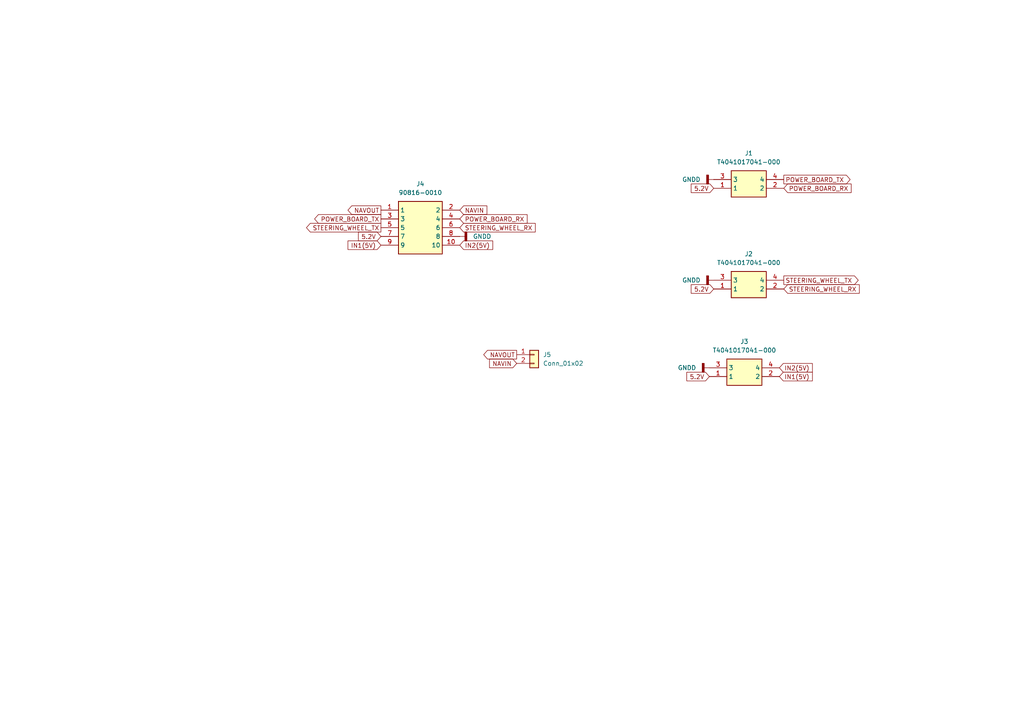
<source format=kicad_sch>
(kicad_sch (version 20230121) (generator eeschema)
  (paper "A4")
  (lib_symbols
    (symbol "Connector_Generic:Conn_01x02" (pin_names (offset 1.016) hide)
      (property "Reference" "J" (at 0 2.54 0))
      (property "Value" "Conn_01x02" (at 0 -5.08 0))
      (symbol "Conn_01x02_1_1"
        (rectangle (start -1.27 -2.413) (end 0 -2.667) (stroke (width 0.1524)))
        (rectangle (start -1.27 0.127) (end 0 -0.127) (stroke (width 0.1524)))
        (rectangle (start -1.27 1.27) (end 1.27 -3.81) (stroke (width 0.254)) (fill (type background)))
        (pin passive line (at -5.08 0 0) (length 3.81) (name "Pin_1") (number "1"))
        (pin passive line (at -5.08 -2.54 0) (length 3.81) (name "Pin_2") (number "2"))
      )
    )
    (symbol "bulkhead_library:90816-0010"
      (property "Reference" "J" (at 19.05 7.62 0))
      (property "Value" "90816-0010" (at 19.05 5.08 0))
      (symbol "90816-0010_1_1"
        (rectangle (start 5.08 2.54) (end 17.78 -12.7) (stroke (width 0.254)) (fill (type background)))
        (pin passive line (at 0 0 0) (length 5.08) (name "1") (number "1"))
        (pin passive line (at 22.86 -10.16 180) (length 5.08) (name "10") (number "10"))
        (pin passive line (at 22.86 0 180) (length 5.08) (name "2") (number "2"))
        (pin passive line (at 0 -2.54 0) (length 5.08) (name "3") (number "3"))
        (pin passive line (at 22.86 -2.54 180) (length 5.08) (name "4") (number "4"))
        (pin passive line (at 0 -5.08 0) (length 5.08) (name "5") (number "5"))
        (pin passive line (at 22.86 -5.08 180) (length 5.08) (name "6") (number "6"))
        (pin passive line (at 0 -7.62 0) (length 5.08) (name "7") (number "7"))
        (pin passive line (at 22.86 -7.62 180) (length 5.08) (name "8") (number "8"))
        (pin passive line (at 0 -10.16 0) (length 5.08) (name "9") (number "9"))
      )
    )
    (symbol "bulkhead_library:T4041017041-000"
      (property "Reference" "J" (at 16.51 7.62 0))
      (property "Value" "T4041017041-000" (at 16.51 5.08 0))
      (symbol "T4041017041-000_1_1"
        (rectangle (start 5.08 2.54) (end 15.24 -5.08) (stroke (width 0.254)) (fill (type background)))
        (pin passive line (at 0 -2.54 0) (length 5.08) (name "1") (number "1"))
        (pin passive line (at 20.32 -2.54 180) (length 5.08) (name "2") (number "2"))
        (pin passive line (at 0 0 0) (length 5.08) (name "3") (number "3"))
        (pin passive line (at 20.32 0 180) (length 5.08) (name "4") (number "4"))
      )
    )
    (symbol "power:GNDD" (power) (pin_names (offset 0))
      (property "Value" "GNDD" (at 0 -3.175 0))
      (symbol "GNDD_0_1"
        (rectangle (start -1.27 -1.524) (end 1.27 -2.032) (stroke (width 0.254)) (fill (type outline)))
        (polyline (pts (xy 0 0) (xy 0 -1.524)))
      )
      (symbol "GNDD_1_1"
        (pin power_in line (at 0 0 270) (length 0) hide (name "GNDD") (number "1"))
      )
    )
  )
  (global_label "NAVOUT" (shape output) (at 149.86 102.87 180) (property "Intersheetrefs" "${INTERSHEET_REFS}" (effects hide)))
  (global_label "POWER_BOARD_TX" (shape output) (at 110.49 63.5 180) (property "Intersheetrefs" "${INTERSHEET_REFS}" (effects hide)))
  (global_label "STEERING_WHEEL_RX" (shape input) (at 133.35 66.04 0) (property "Intersheetrefs" "${INTERSHEET_REFS}" (effects hide)))
  (global_label "STEERING_WHEEL_TX" (shape output) (at 227.33 81.28 0) (property "Intersheetrefs" "${INTERSHEET_REFS}" (effects hide)))
  (global_label "IN1(5V)" (shape input) (at 110.49 71.12 180) (property "Intersheetrefs" "${INTERSHEET_REFS}" (effects hide)))
  (global_label "5.2V" (shape input) (at 205.74 109.22 180) (property "Intersheetrefs" "${INTERSHEET_REFS}" (effects hide)))
  (global_label "IN2(5V)" (shape input) (at 133.35 71.12 0) (property "Intersheetrefs" "${INTERSHEET_REFS}" (effects hide)))
  (global_label "NAVOUT" (shape output) (at 110.49 60.96 180) (property "Intersheetrefs" "${INTERSHEET_REFS}" (effects hide)))
  (global_label "POWER_BOARD_TX" (shape output) (at 227.33 52.07 0) (property "Intersheetrefs" "${INTERSHEET_REFS}" (effects hide)))
  (global_label "IN1(5V)" (shape input) (at 226.06 109.22 0) (property "Intersheetrefs" "${INTERSHEET_REFS}" (effects hide)))
  (global_label "NAVIN" (shape input) (at 149.86 105.41 180) (property "Intersheetrefs" "${INTERSHEET_REFS}" (effects hide)))
  (global_label "POWER_BOARD_RX" (shape input) (at 227.33 54.61 0) (property "Intersheetrefs" "${INTERSHEET_REFS}" (effects hide)))
  (global_label "STEERING_WHEEL_RX" (shape input) (at 227.33 83.82 0) (property "Intersheetrefs" "${INTERSHEET_REFS}" (effects hide)))
  (global_label "5.2V" (shape input) (at 207.01 54.61 180) (property "Intersheetrefs" "${INTERSHEET_REFS}" (effects hide)))
  (global_label "POWER_BOARD_RX" (shape input) (at 133.35 63.5 0) (property "Intersheetrefs" "${INTERSHEET_REFS}" (effects hide)))
  (global_label "5.2V" (shape input) (at 207.01 83.82 180) (property "Intersheetrefs" "${INTERSHEET_REFS}" (effects hide)))
  (global_label "NAVIN" (shape input) (at 133.35 60.96 0) (property "Intersheetrefs" "${INTERSHEET_REFS}" (effects hide)))
  (global_label "STEERING_WHEEL_TX" (shape output) (at 110.49 66.04 180) (property "Intersheetrefs" "${INTERSHEET_REFS}" (effects hide)))
  (global_label "5.2V" (shape input) (at 110.49 68.58 180) (property "Intersheetrefs" "${INTERSHEET_REFS}" (effects hide)))
  (global_label "IN2(5V)" (shape input) (at 226.06 106.68 0) (property "Intersheetrefs" "${INTERSHEET_REFS}" (effects hide)))
  (symbol (lib_id "bulkhead_library:90816-0010") (at 110.49 60.96 0) (unit 1)
    (property "Reference" "J4" (at 121.92 53.34 0))
    (property "Value" "90816-0010" (at 121.92 55.88 0))
    (property "Footprint" "serial_bulkhead_library:908160010" (effects hide))
    (property "Datasheet" "https://www.molex.com/pdm_docs/sd/908160010_sd.pdf" (effects hide))
    (property "Height" "8.55" (effects hide))
    (property "Mouser Part Number" "538-90816-0010" (effects hide))
    (property "Mouser Price/Stock" "https://www.mouser.co.uk/ProductDetail/Molex/90816-0010?qs=A%2F2yIARYTzieBUYUepLqUg%3D%3D" (effects hide))
    (property "Manufacturer_Name" "Molex" (effects hide))
    (property "Manufacturer_Part_Number" "90816-0010" (effects hide))
  )
  (symbol (lib_id "bulkhead_library:T4041017041-000") (at 205.74 106.68 0) (unit 1)
    (property "Reference" "J3" (at 215.9 99.06 0))
    (property "Value" "T4041017041-000" (at 215.9 101.6 0))
    (property "Footprint" "serial_bulkhead_library:T4041017041000" (effects hide))
    (property "Datasheet" "https://www.te.com/commerce/DocumentDelivery/DDEController?Action=srchrtrv&DocNm=1-1773701-8_M8M12_CONNECTOR_SYSTEM&DocType=Catalog%20Section&DocLang=Japanese&PartCntxt=T4041017041-000&DocFormat=pdf" (effects hide))
    (property "Height" "15.25" (effects hide))
    (property "Mouser Part Number" "571-T4041017041-000" (effects hide))
    (property "Mouser Price/Stock" "https://www.mouser.co.uk/ProductDetail/TE-Connectivity/T4041017041-000?qs=1mbolxNpo8d9avfwXjTtfQ%3D%3D" (effects hide))
    (property "Manufacturer_Name" "TE Connectivity" (effects hide))
    (property "Manufacturer_Part_Number" "T4041017041-000" (effects hide))
  )
  (symbol (lib_id "power:GNDD") (at 133.35 68.58 90) (mirror x) (unit 1)
    (property "Reference" "#PWR01" (effects hide))
    (property "Value" "GNDD" (at 137.16 68.58 90) (effects (justify right)))
  )
  (symbol (lib_id "bulkhead_library:T4041017041-000") (at 207.01 52.07 0) (unit 1)
    (property "Reference" "J1" (at 217.17 44.45 0))
    (property "Value" "T4041017041-000" (at 217.17 46.99 0))
    (property "Footprint" "serial_bulkhead_library:T4041017041000" (effects hide))
    (property "Datasheet" "https://www.te.com/commerce/DocumentDelivery/DDEController?Action=srchrtrv&DocNm=1-1773701-8_M8M12_CONNECTOR_SYSTEM&DocType=Catalog%20Section&DocLang=Japanese&PartCntxt=T4041017041-000&DocFormat=pdf" (effects hide))
    (property "Height" "15.25" (effects hide))
    (property "Mouser Part Number" "571-T4041017041-000" (effects hide))
    (property "Mouser Price/Stock" "https://www.mouser.co.uk/ProductDetail/TE-Connectivity/T4041017041-000?qs=1mbolxNpo8d9avfwXjTtfQ%3D%3D" (effects hide))
    (property "Manufacturer_Name" "TE Connectivity" (effects hide))
    (property "Manufacturer_Part_Number" "T4041017041-000" (effects hide))
  )
  (symbol (lib_id "Connector_Generic:Conn_01x02") (at 154.94 102.87 0) (unit 1)
    (property "Reference" "J5" (at 157.48 102.87 0) (effects (justify left)))
    (property "Value" "Conn_01x02" (at 157.48 105.41 0) (effects (justify left)))
    (property "Footprint" "Connector_JST:JST_XH_B2B-XH-AM_1x02_P2.50mm_Vertical" (effects hide))
  )
  (symbol (lib_id "power:GNDD") (at 205.74 106.68 270) (mirror x) (unit 1)
    (property "Reference" "#PWR04" (effects hide))
    (property "Value" "GNDD" (at 201.93 106.68 90) (effects (justify right)))
  )
  (symbol (lib_id "power:GNDD") (at 207.01 52.07 270) (mirror x) (unit 1)
    (property "Reference" "#PWR02" (effects hide))
    (property "Value" "GNDD" (at 203.2 52.07 90) (effects (justify right)))
  )
  (symbol (lib_id "bulkhead_library:T4041017041-000") (at 207.01 81.28 0) (unit 1)
    (property "Reference" "J2" (at 217.17 73.66 0))
    (property "Value" "T4041017041-000" (at 217.17 76.2 0))
    (property "Footprint" "serial_bulkhead_library:T4041017041000" (effects hide))
    (property "Datasheet" "https://www.te.com/commerce/DocumentDelivery/DDEController?Action=srchrtrv&DocNm=1-1773701-8_M8M12_CONNECTOR_SYSTEM&DocType=Catalog%20Section&DocLang=Japanese&PartCntxt=T4041017041-000&DocFormat=pdf" (effects hide))
    (property "Height" "15.25" (effects hide))
    (property "Mouser Part Number" "571-T4041017041-000" (effects hide))
    (property "Mouser Price/Stock" "https://www.mouser.co.uk/ProductDetail/TE-Connectivity/T4041017041-000?qs=1mbolxNpo8d9avfwXjTtfQ%3D%3D" (effects hide))
    (property "Manufacturer_Name" "TE Connectivity" (effects hide))
    (property "Manufacturer_Part_Number" "T4041017041-000" (effects hide))
  )
  (symbol (lib_id "power:GNDD") (at 207.01 81.28 270) (mirror x) (unit 1)
    (property "Reference" "#PWR03" (effects hide))
    (property "Value" "GNDD" (at 203.2 81.28 90) (effects (justify right)))
  )
)
</source>
